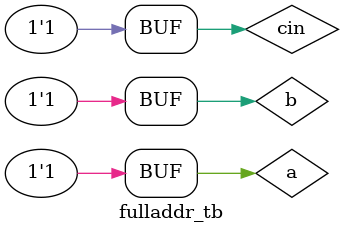
<source format=sv>
module fulladdr_tb();
  
  logic a;
  logic b;
  logic cin;
  logic s;
  logic cout;
  
  fulladdr fulladdrg(
    .a(a),
    .b(b),
    .cin(cin),
    .s(s),
    .cout(cout)
  );
  
  initial begin
    
    $monitor(
      $time,
      "\nA = ",
      a,
      "\nB = ", 
      b,
      "\nCin = ",
      cin,
      "\nS = ",
      s,
      "\nCout = ",
      cout,
      "\n"
    );
    
    a = 0;
    b = 0;
    cin = 0;
    
    #5
    a = 0;
    b = 0;
    cin = 1;
    
    #5
    a = 0;
    b = 1;
    cin = 0;
    
    #5
    a = 0;
    b = 1;
    cin = 1;
    
    #5
    a = 1;
    b = 0;
    cin = 0;
    
    #5
    a = 1;
    b = 0;
    cin = 1;
    
    #5
    a = 1;
    b = 1;
    cin = 0;
    
    #5
    a = 1;
    b = 1;
    cin = 1;
    
    #5
    $display("End sim");
  end
  
endmodule

</source>
